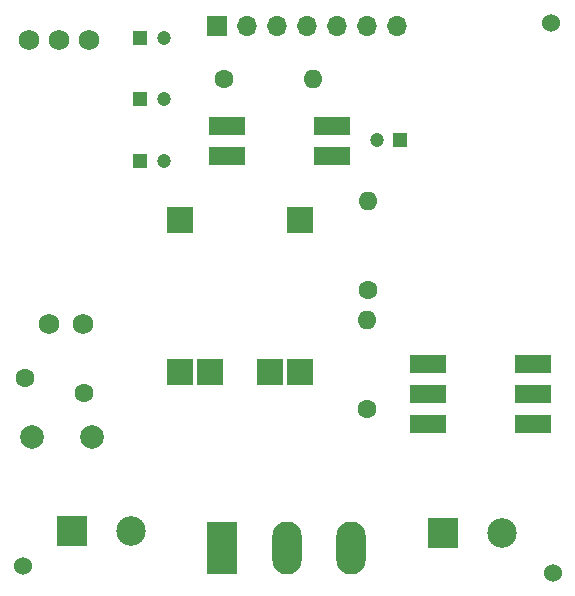
<source format=gts>
G04 #@! TF.GenerationSoftware,KiCad,Pcbnew,5.1.6-c6e7f7d~87~ubuntu18.04.1*
G04 #@! TF.CreationDate,2020-10-10T14:26:16+05:30*
G04 #@! TF.ProjectId,BackEnd_HeavyDevice_v1,4261636b-456e-4645-9f48-656176794465,rev?*
G04 #@! TF.SameCoordinates,Original*
G04 #@! TF.FileFunction,Soldermask,Top*
G04 #@! TF.FilePolarity,Negative*
%FSLAX46Y46*%
G04 Gerber Fmt 4.6, Leading zero omitted, Abs format (unit mm)*
G04 Created by KiCad (PCBNEW 5.1.6-c6e7f7d~87~ubuntu18.04.1) date 2020-10-10 14:26:16*
%MOMM*%
%LPD*%
G01*
G04 APERTURE LIST*
%ADD10C,1.524000*%
%ADD11C,1.200000*%
%ADD12R,1.200000X1.200000*%
%ADD13C,1.600000*%
%ADD14O,1.600000X1.600000*%
%ADD15C,2.000000*%
%ADD16C,2.500000*%
%ADD17R,2.500000X2.500000*%
%ADD18O,1.700000X1.700000*%
%ADD19R,1.700000X1.700000*%
%ADD20O,2.500000X4.500000*%
%ADD21R,2.500000X4.500000*%
%ADD22R,2.286000X2.286000*%
%ADD23R,3.100000X1.600000*%
%ADD24C,1.750000*%
G04 APERTURE END LIST*
D10*
X153101000Y-135156000D03*
X108222000Y-134567000D03*
X152916000Y-88577400D03*
D11*
X120161000Y-100294000D03*
D12*
X118161000Y-100294000D03*
D11*
X120166000Y-89893100D03*
D12*
X118166000Y-89893100D03*
D13*
X125291000Y-93370400D03*
D14*
X132791000Y-93370400D03*
D12*
X140178000Y-98473300D03*
D11*
X138178000Y-98473300D03*
D14*
X137350000Y-113780000D03*
D13*
X137350000Y-121280000D03*
D12*
X118166000Y-95079800D03*
D11*
X120166000Y-95079800D03*
D14*
X137427000Y-103714000D03*
D13*
X137427000Y-111214000D03*
D15*
X109035000Y-123668000D03*
X114115000Y-123678000D03*
D16*
X117418000Y-131648000D03*
D17*
X112418000Y-131648000D03*
D18*
X139903000Y-88902500D03*
X137363000Y-88902500D03*
X134823000Y-88902500D03*
X132283000Y-88902500D03*
X129743000Y-88902500D03*
X127203000Y-88902500D03*
D19*
X124663000Y-88902500D03*
D17*
X143784000Y-131803000D03*
D16*
X148784000Y-131803000D03*
D20*
X136036000Y-133068000D03*
X130586000Y-133068000D03*
D21*
X125136000Y-133068000D03*
D22*
X131711000Y-105276000D03*
X121531000Y-105276000D03*
X131691000Y-118196000D03*
X129151000Y-118196000D03*
X124071000Y-118196000D03*
X121531000Y-118196000D03*
D13*
X113400000Y-119936000D03*
X108400000Y-118636000D03*
D23*
X134424000Y-97330300D03*
X125534000Y-99870300D03*
X134424000Y-99870300D03*
X125534000Y-97330300D03*
D24*
X108791000Y-90050500D03*
X113871000Y-90050500D03*
X111331000Y-90050500D03*
X110441000Y-114050500D03*
X113301000Y-114050500D03*
D23*
X151435000Y-117462000D03*
X142545000Y-122542000D03*
X151435000Y-120002000D03*
X142545000Y-120002000D03*
X151435000Y-122542000D03*
X142545000Y-117462000D03*
M02*

</source>
